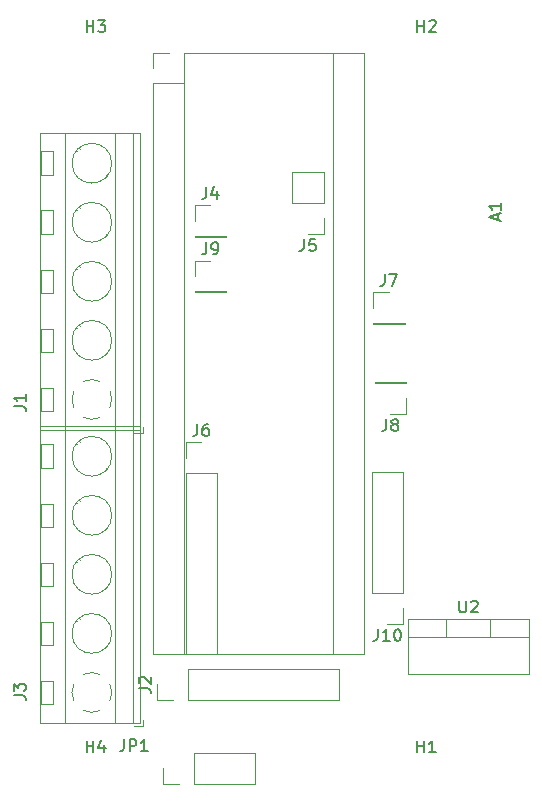
<source format=gbr>
%TF.GenerationSoftware,KiCad,Pcbnew,7.0.11-7.0.11~ubuntu20.04.1*%
%TF.CreationDate,2024-04-25T22:29:04+02:00*%
%TF.ProjectId,Tachoconverter,54616368-6f63-46f6-9e76-65727465722e,rev?*%
%TF.SameCoordinates,Original*%
%TF.FileFunction,Legend,Top*%
%TF.FilePolarity,Positive*%
%FSLAX46Y46*%
G04 Gerber Fmt 4.6, Leading zero omitted, Abs format (unit mm)*
G04 Created by KiCad (PCBNEW 7.0.11-7.0.11~ubuntu20.04.1) date 2024-04-25 22:29:04*
%MOMM*%
%LPD*%
G01*
G04 APERTURE LIST*
%ADD10C,0.150000*%
%ADD11C,0.120000*%
G04 APERTURE END LIST*
D10*
X162893476Y-122307819D02*
X162893476Y-123022104D01*
X162893476Y-123022104D02*
X162845857Y-123164961D01*
X162845857Y-123164961D02*
X162750619Y-123260200D01*
X162750619Y-123260200D02*
X162607762Y-123307819D01*
X162607762Y-123307819D02*
X162512524Y-123307819D01*
X163893476Y-123307819D02*
X163322048Y-123307819D01*
X163607762Y-123307819D02*
X163607762Y-122307819D01*
X163607762Y-122307819D02*
X163512524Y-122450676D01*
X163512524Y-122450676D02*
X163417286Y-122545914D01*
X163417286Y-122545914D02*
X163322048Y-122593533D01*
X164512524Y-122307819D02*
X164607762Y-122307819D01*
X164607762Y-122307819D02*
X164703000Y-122355438D01*
X164703000Y-122355438D02*
X164750619Y-122403057D01*
X164750619Y-122403057D02*
X164798238Y-122498295D01*
X164798238Y-122498295D02*
X164845857Y-122688771D01*
X164845857Y-122688771D02*
X164845857Y-122926866D01*
X164845857Y-122926866D02*
X164798238Y-123117342D01*
X164798238Y-123117342D02*
X164750619Y-123212580D01*
X164750619Y-123212580D02*
X164703000Y-123260200D01*
X164703000Y-123260200D02*
X164607762Y-123307819D01*
X164607762Y-123307819D02*
X164512524Y-123307819D01*
X164512524Y-123307819D02*
X164417286Y-123260200D01*
X164417286Y-123260200D02*
X164369667Y-123212580D01*
X164369667Y-123212580D02*
X164322048Y-123117342D01*
X164322048Y-123117342D02*
X164274429Y-122926866D01*
X164274429Y-122926866D02*
X164274429Y-122688771D01*
X164274429Y-122688771D02*
X164322048Y-122498295D01*
X164322048Y-122498295D02*
X164369667Y-122403057D01*
X164369667Y-122403057D02*
X164417286Y-122355438D01*
X164417286Y-122355438D02*
X164512524Y-122307819D01*
X163623666Y-104527819D02*
X163623666Y-105242104D01*
X163623666Y-105242104D02*
X163576047Y-105384961D01*
X163576047Y-105384961D02*
X163480809Y-105480200D01*
X163480809Y-105480200D02*
X163337952Y-105527819D01*
X163337952Y-105527819D02*
X163242714Y-105527819D01*
X164242714Y-104956390D02*
X164147476Y-104908771D01*
X164147476Y-104908771D02*
X164099857Y-104861152D01*
X164099857Y-104861152D02*
X164052238Y-104765914D01*
X164052238Y-104765914D02*
X164052238Y-104718295D01*
X164052238Y-104718295D02*
X164099857Y-104623057D01*
X164099857Y-104623057D02*
X164147476Y-104575438D01*
X164147476Y-104575438D02*
X164242714Y-104527819D01*
X164242714Y-104527819D02*
X164433190Y-104527819D01*
X164433190Y-104527819D02*
X164528428Y-104575438D01*
X164528428Y-104575438D02*
X164576047Y-104623057D01*
X164576047Y-104623057D02*
X164623666Y-104718295D01*
X164623666Y-104718295D02*
X164623666Y-104765914D01*
X164623666Y-104765914D02*
X164576047Y-104861152D01*
X164576047Y-104861152D02*
X164528428Y-104908771D01*
X164528428Y-104908771D02*
X164433190Y-104956390D01*
X164433190Y-104956390D02*
X164242714Y-104956390D01*
X164242714Y-104956390D02*
X164147476Y-105004009D01*
X164147476Y-105004009D02*
X164099857Y-105051628D01*
X164099857Y-105051628D02*
X164052238Y-105146866D01*
X164052238Y-105146866D02*
X164052238Y-105337342D01*
X164052238Y-105337342D02*
X164099857Y-105432580D01*
X164099857Y-105432580D02*
X164147476Y-105480200D01*
X164147476Y-105480200D02*
X164242714Y-105527819D01*
X164242714Y-105527819D02*
X164433190Y-105527819D01*
X164433190Y-105527819D02*
X164528428Y-105480200D01*
X164528428Y-105480200D02*
X164576047Y-105432580D01*
X164576047Y-105432580D02*
X164623666Y-105337342D01*
X164623666Y-105337342D02*
X164623666Y-105146866D01*
X164623666Y-105146866D02*
X164576047Y-105051628D01*
X164576047Y-105051628D02*
X164528428Y-105004009D01*
X164528428Y-105004009D02*
X164433190Y-104956390D01*
X169799095Y-119898819D02*
X169799095Y-120708342D01*
X169799095Y-120708342D02*
X169846714Y-120803580D01*
X169846714Y-120803580D02*
X169894333Y-120851200D01*
X169894333Y-120851200D02*
X169989571Y-120898819D01*
X169989571Y-120898819D02*
X170180047Y-120898819D01*
X170180047Y-120898819D02*
X170275285Y-120851200D01*
X170275285Y-120851200D02*
X170322904Y-120803580D01*
X170322904Y-120803580D02*
X170370523Y-120708342D01*
X170370523Y-120708342D02*
X170370523Y-119898819D01*
X170799095Y-119994057D02*
X170846714Y-119946438D01*
X170846714Y-119946438D02*
X170941952Y-119898819D01*
X170941952Y-119898819D02*
X171180047Y-119898819D01*
X171180047Y-119898819D02*
X171275285Y-119946438D01*
X171275285Y-119946438D02*
X171322904Y-119994057D01*
X171322904Y-119994057D02*
X171370523Y-120089295D01*
X171370523Y-120089295D02*
X171370523Y-120184533D01*
X171370523Y-120184533D02*
X171322904Y-120327390D01*
X171322904Y-120327390D02*
X170751476Y-120898819D01*
X170751476Y-120898819D02*
X171370523Y-120898819D01*
X141406666Y-131661819D02*
X141406666Y-132376104D01*
X141406666Y-132376104D02*
X141359047Y-132518961D01*
X141359047Y-132518961D02*
X141263809Y-132614200D01*
X141263809Y-132614200D02*
X141120952Y-132661819D01*
X141120952Y-132661819D02*
X141025714Y-132661819D01*
X141882857Y-132661819D02*
X141882857Y-131661819D01*
X141882857Y-131661819D02*
X142263809Y-131661819D01*
X142263809Y-131661819D02*
X142359047Y-131709438D01*
X142359047Y-131709438D02*
X142406666Y-131757057D01*
X142406666Y-131757057D02*
X142454285Y-131852295D01*
X142454285Y-131852295D02*
X142454285Y-131995152D01*
X142454285Y-131995152D02*
X142406666Y-132090390D01*
X142406666Y-132090390D02*
X142359047Y-132138009D01*
X142359047Y-132138009D02*
X142263809Y-132185628D01*
X142263809Y-132185628D02*
X141882857Y-132185628D01*
X143406666Y-132661819D02*
X142835238Y-132661819D01*
X143120952Y-132661819D02*
X143120952Y-131661819D01*
X143120952Y-131661819D02*
X143025714Y-131804676D01*
X143025714Y-131804676D02*
X142930476Y-131899914D01*
X142930476Y-131899914D02*
X142835238Y-131947533D01*
X138238095Y-71754819D02*
X138238095Y-70754819D01*
X138238095Y-71231009D02*
X138809523Y-71231009D01*
X138809523Y-71754819D02*
X138809523Y-70754819D01*
X139190476Y-70754819D02*
X139809523Y-70754819D01*
X139809523Y-70754819D02*
X139476190Y-71135771D01*
X139476190Y-71135771D02*
X139619047Y-71135771D01*
X139619047Y-71135771D02*
X139714285Y-71183390D01*
X139714285Y-71183390D02*
X139761904Y-71231009D01*
X139761904Y-71231009D02*
X139809523Y-71326247D01*
X139809523Y-71326247D02*
X139809523Y-71564342D01*
X139809523Y-71564342D02*
X139761904Y-71659580D01*
X139761904Y-71659580D02*
X139714285Y-71707200D01*
X139714285Y-71707200D02*
X139619047Y-71754819D01*
X139619047Y-71754819D02*
X139333333Y-71754819D01*
X139333333Y-71754819D02*
X139238095Y-71707200D01*
X139238095Y-71707200D02*
X139190476Y-71659580D01*
X132076670Y-127933332D02*
X132790955Y-127933332D01*
X132790955Y-127933332D02*
X132933812Y-127980951D01*
X132933812Y-127980951D02*
X133029051Y-128076189D01*
X133029051Y-128076189D02*
X133076670Y-128219046D01*
X133076670Y-128219046D02*
X133076670Y-128314284D01*
X132076670Y-127552379D02*
X132076670Y-126933332D01*
X132076670Y-126933332D02*
X132457622Y-127266665D01*
X132457622Y-127266665D02*
X132457622Y-127123808D01*
X132457622Y-127123808D02*
X132505241Y-127028570D01*
X132505241Y-127028570D02*
X132552860Y-126980951D01*
X132552860Y-126980951D02*
X132648098Y-126933332D01*
X132648098Y-126933332D02*
X132886193Y-126933332D01*
X132886193Y-126933332D02*
X132981431Y-126980951D01*
X132981431Y-126980951D02*
X133029051Y-127028570D01*
X133029051Y-127028570D02*
X133076670Y-127123808D01*
X133076670Y-127123808D02*
X133076670Y-127409522D01*
X133076670Y-127409522D02*
X133029051Y-127504760D01*
X133029051Y-127504760D02*
X132981431Y-127552379D01*
X166238095Y-132754819D02*
X166238095Y-131754819D01*
X166238095Y-132231009D02*
X166809523Y-132231009D01*
X166809523Y-132754819D02*
X166809523Y-131754819D01*
X167809523Y-132754819D02*
X167238095Y-132754819D01*
X167523809Y-132754819D02*
X167523809Y-131754819D01*
X167523809Y-131754819D02*
X167428571Y-131897676D01*
X167428571Y-131897676D02*
X167333333Y-131992914D01*
X167333333Y-131992914D02*
X167238095Y-132040533D01*
X163496666Y-92247819D02*
X163496666Y-92962104D01*
X163496666Y-92962104D02*
X163449047Y-93104961D01*
X163449047Y-93104961D02*
X163353809Y-93200200D01*
X163353809Y-93200200D02*
X163210952Y-93247819D01*
X163210952Y-93247819D02*
X163115714Y-93247819D01*
X163877619Y-92247819D02*
X164544285Y-92247819D01*
X164544285Y-92247819D02*
X164115714Y-93247819D01*
X148383666Y-89580819D02*
X148383666Y-90295104D01*
X148383666Y-90295104D02*
X148336047Y-90437961D01*
X148336047Y-90437961D02*
X148240809Y-90533200D01*
X148240809Y-90533200D02*
X148097952Y-90580819D01*
X148097952Y-90580819D02*
X148002714Y-90580819D01*
X148907476Y-90580819D02*
X149097952Y-90580819D01*
X149097952Y-90580819D02*
X149193190Y-90533200D01*
X149193190Y-90533200D02*
X149240809Y-90485580D01*
X149240809Y-90485580D02*
X149336047Y-90342723D01*
X149336047Y-90342723D02*
X149383666Y-90152247D01*
X149383666Y-90152247D02*
X149383666Y-89771295D01*
X149383666Y-89771295D02*
X149336047Y-89676057D01*
X149336047Y-89676057D02*
X149288428Y-89628438D01*
X149288428Y-89628438D02*
X149193190Y-89580819D01*
X149193190Y-89580819D02*
X149002714Y-89580819D01*
X149002714Y-89580819D02*
X148907476Y-89628438D01*
X148907476Y-89628438D02*
X148859857Y-89676057D01*
X148859857Y-89676057D02*
X148812238Y-89771295D01*
X148812238Y-89771295D02*
X148812238Y-90009390D01*
X148812238Y-90009390D02*
X148859857Y-90104628D01*
X148859857Y-90104628D02*
X148907476Y-90152247D01*
X148907476Y-90152247D02*
X149002714Y-90199866D01*
X149002714Y-90199866D02*
X149193190Y-90199866D01*
X149193190Y-90199866D02*
X149288428Y-90152247D01*
X149288428Y-90152247D02*
X149336047Y-90104628D01*
X149336047Y-90104628D02*
X149383666Y-90009390D01*
X148383666Y-84881819D02*
X148383666Y-85596104D01*
X148383666Y-85596104D02*
X148336047Y-85738961D01*
X148336047Y-85738961D02*
X148240809Y-85834200D01*
X148240809Y-85834200D02*
X148097952Y-85881819D01*
X148097952Y-85881819D02*
X148002714Y-85881819D01*
X149288428Y-85215152D02*
X149288428Y-85881819D01*
X149050333Y-84834200D02*
X148812238Y-85548485D01*
X148812238Y-85548485D02*
X149431285Y-85548485D01*
X147621666Y-104947819D02*
X147621666Y-105662104D01*
X147621666Y-105662104D02*
X147574047Y-105804961D01*
X147574047Y-105804961D02*
X147478809Y-105900200D01*
X147478809Y-105900200D02*
X147335952Y-105947819D01*
X147335952Y-105947819D02*
X147240714Y-105947819D01*
X148526428Y-104947819D02*
X148335952Y-104947819D01*
X148335952Y-104947819D02*
X148240714Y-104995438D01*
X148240714Y-104995438D02*
X148193095Y-105043057D01*
X148193095Y-105043057D02*
X148097857Y-105185914D01*
X148097857Y-105185914D02*
X148050238Y-105376390D01*
X148050238Y-105376390D02*
X148050238Y-105757342D01*
X148050238Y-105757342D02*
X148097857Y-105852580D01*
X148097857Y-105852580D02*
X148145476Y-105900200D01*
X148145476Y-105900200D02*
X148240714Y-105947819D01*
X148240714Y-105947819D02*
X148431190Y-105947819D01*
X148431190Y-105947819D02*
X148526428Y-105900200D01*
X148526428Y-105900200D02*
X148574047Y-105852580D01*
X148574047Y-105852580D02*
X148621666Y-105757342D01*
X148621666Y-105757342D02*
X148621666Y-105519247D01*
X148621666Y-105519247D02*
X148574047Y-105424009D01*
X148574047Y-105424009D02*
X148526428Y-105376390D01*
X148526428Y-105376390D02*
X148431190Y-105328771D01*
X148431190Y-105328771D02*
X148240714Y-105328771D01*
X148240714Y-105328771D02*
X148145476Y-105376390D01*
X148145476Y-105376390D02*
X148097857Y-105424009D01*
X148097857Y-105424009D02*
X148050238Y-105519247D01*
X173031104Y-87672285D02*
X173031104Y-87196095D01*
X173316819Y-87767523D02*
X172316819Y-87434190D01*
X172316819Y-87434190D02*
X173316819Y-87100857D01*
X173316819Y-86243714D02*
X173316819Y-86815142D01*
X173316819Y-86529428D02*
X172316819Y-86529428D01*
X172316819Y-86529428D02*
X172459676Y-86624666D01*
X172459676Y-86624666D02*
X172554914Y-86719904D01*
X172554914Y-86719904D02*
X172602533Y-86815142D01*
X138238095Y-132754819D02*
X138238095Y-131754819D01*
X138238095Y-132231009D02*
X138809523Y-132231009D01*
X138809523Y-132754819D02*
X138809523Y-131754819D01*
X139714285Y-132088152D02*
X139714285Y-132754819D01*
X139476190Y-131707200D02*
X139238095Y-132421485D01*
X139238095Y-132421485D02*
X139857142Y-132421485D01*
X132076670Y-103433658D02*
X132790955Y-103433658D01*
X132790955Y-103433658D02*
X132933812Y-103481277D01*
X132933812Y-103481277D02*
X133029051Y-103576515D01*
X133029051Y-103576515D02*
X133076670Y-103719372D01*
X133076670Y-103719372D02*
X133076670Y-103814610D01*
X133076670Y-102433658D02*
X133076670Y-103005086D01*
X133076670Y-102719372D02*
X132076670Y-102719372D01*
X132076670Y-102719372D02*
X132219527Y-102814610D01*
X132219527Y-102814610D02*
X132314765Y-102909848D01*
X132314765Y-102909848D02*
X132362384Y-103005086D01*
X142666819Y-127333333D02*
X143381104Y-127333333D01*
X143381104Y-127333333D02*
X143523961Y-127380952D01*
X143523961Y-127380952D02*
X143619200Y-127476190D01*
X143619200Y-127476190D02*
X143666819Y-127619047D01*
X143666819Y-127619047D02*
X143666819Y-127714285D01*
X142762057Y-126904761D02*
X142714438Y-126857142D01*
X142714438Y-126857142D02*
X142666819Y-126761904D01*
X142666819Y-126761904D02*
X142666819Y-126523809D01*
X142666819Y-126523809D02*
X142714438Y-126428571D01*
X142714438Y-126428571D02*
X142762057Y-126380952D01*
X142762057Y-126380952D02*
X142857295Y-126333333D01*
X142857295Y-126333333D02*
X142952533Y-126333333D01*
X142952533Y-126333333D02*
X143095390Y-126380952D01*
X143095390Y-126380952D02*
X143666819Y-126952380D01*
X143666819Y-126952380D02*
X143666819Y-126333333D01*
X166238095Y-71754819D02*
X166238095Y-70754819D01*
X166238095Y-71231009D02*
X166809523Y-71231009D01*
X166809523Y-71754819D02*
X166809523Y-70754819D01*
X167238095Y-70850057D02*
X167285714Y-70802438D01*
X167285714Y-70802438D02*
X167380952Y-70754819D01*
X167380952Y-70754819D02*
X167619047Y-70754819D01*
X167619047Y-70754819D02*
X167714285Y-70802438D01*
X167714285Y-70802438D02*
X167761904Y-70850057D01*
X167761904Y-70850057D02*
X167809523Y-70945295D01*
X167809523Y-70945295D02*
X167809523Y-71040533D01*
X167809523Y-71040533D02*
X167761904Y-71183390D01*
X167761904Y-71183390D02*
X167190476Y-71754819D01*
X167190476Y-71754819D02*
X167809523Y-71754819D01*
X156638666Y-89292819D02*
X156638666Y-90007104D01*
X156638666Y-90007104D02*
X156591047Y-90149961D01*
X156591047Y-90149961D02*
X156495809Y-90245200D01*
X156495809Y-90245200D02*
X156352952Y-90292819D01*
X156352952Y-90292819D02*
X156257714Y-90292819D01*
X157591047Y-89292819D02*
X157114857Y-89292819D01*
X157114857Y-89292819D02*
X157067238Y-89769009D01*
X157067238Y-89769009D02*
X157114857Y-89721390D01*
X157114857Y-89721390D02*
X157210095Y-89673771D01*
X157210095Y-89673771D02*
X157448190Y-89673771D01*
X157448190Y-89673771D02*
X157543428Y-89721390D01*
X157543428Y-89721390D02*
X157591047Y-89769009D01*
X157591047Y-89769009D02*
X157638666Y-89864247D01*
X157638666Y-89864247D02*
X157638666Y-90102342D01*
X157638666Y-90102342D02*
X157591047Y-90197580D01*
X157591047Y-90197580D02*
X157543428Y-90245200D01*
X157543428Y-90245200D02*
X157448190Y-90292819D01*
X157448190Y-90292819D02*
X157210095Y-90292819D01*
X157210095Y-90292819D02*
X157114857Y-90245200D01*
X157114857Y-90245200D02*
X157067238Y-90197580D01*
D11*
%TO.C,J10*%
X162373000Y-119253000D02*
X162373000Y-109033000D01*
X165033000Y-121853000D02*
X163703000Y-121853000D01*
X165033000Y-119253000D02*
X165033000Y-109033000D01*
X165033000Y-109033000D02*
X162373000Y-109033000D01*
X165033000Y-119253000D02*
X162373000Y-119253000D01*
X165033000Y-120523000D02*
X165033000Y-121853000D01*
%TO.C,J8*%
X165287000Y-104073000D02*
X163957000Y-104073000D01*
X165287000Y-101473000D02*
X162627000Y-101473000D01*
X165287000Y-101413000D02*
X162627000Y-101413000D01*
X162627000Y-101473000D02*
X162627000Y-101413000D01*
X165287000Y-101473000D02*
X165287000Y-101413000D01*
X165287000Y-102743000D02*
X165287000Y-104073000D01*
%TO.C,U2*%
X165441000Y-121444000D02*
X165441000Y-126085000D01*
X165441000Y-121444000D02*
X175681000Y-121444000D01*
X165441000Y-122954000D02*
X175681000Y-122954000D01*
X165441000Y-126085000D02*
X175681000Y-126085000D01*
X168711000Y-121444000D02*
X168711000Y-122954000D01*
X172412000Y-121444000D02*
X172412000Y-122954000D01*
X175681000Y-121444000D02*
X175681000Y-126085000D01*
%TO.C,JP1*%
X144720000Y-135442000D02*
X144720000Y-134112000D01*
X146050000Y-135442000D02*
X144720000Y-135442000D01*
X147320000Y-135442000D02*
X152460000Y-135442000D01*
X147320000Y-135442000D02*
X147320000Y-132782000D01*
X152460000Y-135442000D02*
X152460000Y-132782000D01*
X147320000Y-132782000D02*
X152460000Y-132782000D01*
%TO.C,J3*%
X142244000Y-130482000D02*
X142984000Y-130482000D01*
X142984000Y-130482000D02*
X142984000Y-129982000D01*
X134324000Y-130242000D02*
X142744000Y-130242000D01*
X134324000Y-130242000D02*
X134324000Y-105122000D01*
X136383000Y-130242000D02*
X136383000Y-105122000D01*
X140684000Y-130242000D02*
X140684000Y-105122000D01*
X142184000Y-130242000D02*
X142184000Y-105122000D01*
X142744000Y-130242000D02*
X142744000Y-105122000D01*
X134384000Y-128682000D02*
X135384000Y-128682000D01*
X134384000Y-128682000D02*
X134384000Y-126682000D01*
X135384000Y-128682000D02*
X135384000Y-126682000D01*
X134384000Y-126682000D02*
X135384000Y-126682000D01*
X139707000Y-123909000D02*
X139753000Y-123956000D01*
X139923000Y-123716000D02*
X139958000Y-123751000D01*
X134384000Y-123682000D02*
X135384000Y-123682000D01*
X134384000Y-123682000D02*
X134384000Y-121682000D01*
X135384000Y-123682000D02*
X135384000Y-121682000D01*
X134384000Y-121682000D02*
X135384000Y-121682000D01*
X137409000Y-121612000D02*
X137445000Y-121647000D01*
X137615000Y-121407000D02*
X137661000Y-121454000D01*
X139707000Y-118909000D02*
X139753000Y-118956000D01*
X139923000Y-118716000D02*
X139958000Y-118751000D01*
X134384000Y-118682000D02*
X135384000Y-118682000D01*
X134384000Y-118682000D02*
X134384000Y-116682000D01*
X135384000Y-118682000D02*
X135384000Y-116682000D01*
X134384000Y-116682000D02*
X135384000Y-116682000D01*
X137409000Y-116612000D02*
X137445000Y-116647000D01*
X137615000Y-116407000D02*
X137661000Y-116454000D01*
X139707000Y-113909000D02*
X139753000Y-113956000D01*
X139923000Y-113716000D02*
X139958000Y-113751000D01*
X134384000Y-113682000D02*
X135384000Y-113682000D01*
X134384000Y-113682000D02*
X134384000Y-111682000D01*
X135384000Y-113682000D02*
X135384000Y-111682000D01*
X134384000Y-111682000D02*
X135384000Y-111682000D01*
X137409000Y-111612000D02*
X137445000Y-111647000D01*
X137615000Y-111407000D02*
X137661000Y-111454000D01*
X139707000Y-108909000D02*
X139753000Y-108956000D01*
X139923000Y-108716000D02*
X139958000Y-108751000D01*
X134384000Y-108682000D02*
X135384000Y-108682000D01*
X134384000Y-108682000D02*
X134384000Y-106682000D01*
X135384000Y-108682000D02*
X135384000Y-106682000D01*
X134384000Y-106682000D02*
X135384000Y-106682000D01*
X137409000Y-106612000D02*
X137445000Y-106647000D01*
X137615000Y-106407000D02*
X137661000Y-106454000D01*
X134324000Y-105122000D02*
X142744000Y-105122000D01*
X138000001Y-129216999D02*
G75*
G03*
X139367042Y-129217426I684000J1534992D01*
G01*
X137149001Y-126998001D02*
G75*
G03*
X137148574Y-128365042I1534992J-684000D01*
G01*
X140218999Y-128366000D02*
G75*
G03*
X140364252Y-127653195I-1535000J683999D01*
G01*
X140363999Y-127682000D02*
G75*
G03*
X140218755Y-126998682I-1679999J0D01*
G01*
X139368000Y-126147000D02*
G75*
G03*
X138000958Y-126146574I-684000J-1535000D01*
G01*
X140364000Y-122682000D02*
G75*
G03*
X137004000Y-122682000I-1680000J0D01*
G01*
X137004000Y-122682000D02*
G75*
G03*
X140364000Y-122682000I1680000J0D01*
G01*
X140364000Y-117682000D02*
G75*
G03*
X137004000Y-117682000I-1680000J0D01*
G01*
X137004000Y-117682000D02*
G75*
G03*
X140364000Y-117682000I1680000J0D01*
G01*
X140364000Y-112682000D02*
G75*
G03*
X137004000Y-112682000I-1680000J0D01*
G01*
X137004000Y-112682000D02*
G75*
G03*
X140364000Y-112682000I1680000J0D01*
G01*
X140364000Y-107682000D02*
G75*
G03*
X137004000Y-107682000I-1680000J0D01*
G01*
X137004000Y-107682000D02*
G75*
G03*
X140364000Y-107682000I1680000J0D01*
G01*
%TO.C,J7*%
X162500000Y-93793000D02*
X163830000Y-93793000D01*
X162500000Y-95123000D02*
X162500000Y-93793000D01*
X162500000Y-96393000D02*
X162500000Y-96453000D01*
X162500000Y-96393000D02*
X165160000Y-96393000D01*
X162500000Y-96453000D02*
X165160000Y-96453000D01*
X165160000Y-96393000D02*
X165160000Y-96453000D01*
%TO.C,J9*%
X147387000Y-91126000D02*
X148717000Y-91126000D01*
X147387000Y-92456000D02*
X147387000Y-91126000D01*
X147387000Y-93726000D02*
X147387000Y-93786000D01*
X147387000Y-93726000D02*
X150047000Y-93726000D01*
X147387000Y-93786000D02*
X150047000Y-93786000D01*
X150047000Y-93726000D02*
X150047000Y-93786000D01*
%TO.C,J4*%
X147387000Y-86427000D02*
X148717000Y-86427000D01*
X147387000Y-87757000D02*
X147387000Y-86427000D01*
X147387000Y-89027000D02*
X147387000Y-89087000D01*
X147387000Y-89027000D02*
X150047000Y-89027000D01*
X147387000Y-89087000D02*
X150047000Y-89087000D01*
X150047000Y-89027000D02*
X150047000Y-89087000D01*
%TO.C,J6*%
X146625000Y-106493000D02*
X147955000Y-106493000D01*
X146625000Y-107823000D02*
X146625000Y-106493000D01*
X146625000Y-109093000D02*
X146625000Y-124393000D01*
X146625000Y-109093000D02*
X149285000Y-109093000D01*
X146625000Y-124393000D02*
X149285000Y-124393000D01*
X149285000Y-109093000D02*
X149285000Y-124393000D01*
%TO.C,A1*%
X143850000Y-73498000D02*
X143850000Y-74828000D01*
X143850000Y-76098000D02*
X146510000Y-76098000D01*
X143850000Y-124418000D02*
X143850000Y-76098000D01*
X145180000Y-73498000D02*
X143850000Y-73498000D01*
X146510000Y-73498000D02*
X146510000Y-124418000D01*
X146510000Y-73498000D02*
X161750000Y-73498000D01*
X159090000Y-124418000D02*
X159090000Y-73498000D01*
X161750000Y-73498000D02*
X161750000Y-124418000D01*
X161750000Y-124418000D02*
X143850000Y-124418000D01*
%TO.C,J1*%
X142244000Y-105670000D02*
X142984000Y-105670000D01*
X142984000Y-105670000D02*
X142984000Y-105170000D01*
X134324000Y-105430000D02*
X142744000Y-105430000D01*
X134324000Y-105430000D02*
X134324000Y-80310000D01*
X136383000Y-105430000D02*
X136383000Y-80310000D01*
X140684000Y-105430000D02*
X140684000Y-80310000D01*
X142184000Y-105430000D02*
X142184000Y-80310000D01*
X142744000Y-105430000D02*
X142744000Y-80310000D01*
X134384000Y-103870000D02*
X135384000Y-103870000D01*
X134384000Y-103870000D02*
X134384000Y-101870000D01*
X135384000Y-103870000D02*
X135384000Y-101870000D01*
X134384000Y-101870000D02*
X135384000Y-101870000D01*
X139707000Y-99097000D02*
X139753000Y-99144000D01*
X139923000Y-98904000D02*
X139958000Y-98939000D01*
X134384000Y-98870000D02*
X135384000Y-98870000D01*
X134384000Y-98870000D02*
X134384000Y-96870000D01*
X135384000Y-98870000D02*
X135384000Y-96870000D01*
X134384000Y-96870000D02*
X135384000Y-96870000D01*
X137409000Y-96800000D02*
X137445000Y-96835000D01*
X137615000Y-96595000D02*
X137661000Y-96642000D01*
X139707000Y-94097000D02*
X139753000Y-94144000D01*
X139923000Y-93904000D02*
X139958000Y-93939000D01*
X134384000Y-93870000D02*
X135384000Y-93870000D01*
X134384000Y-93870000D02*
X134384000Y-91870000D01*
X135384000Y-93870000D02*
X135384000Y-91870000D01*
X134384000Y-91870000D02*
X135384000Y-91870000D01*
X137409000Y-91800000D02*
X137445000Y-91835000D01*
X137615000Y-91595000D02*
X137661000Y-91642000D01*
X139707000Y-89097000D02*
X139753000Y-89144000D01*
X139923000Y-88904000D02*
X139958000Y-88939000D01*
X134384000Y-88870000D02*
X135384000Y-88870000D01*
X134384000Y-88870000D02*
X134384000Y-86870000D01*
X135384000Y-88870000D02*
X135384000Y-86870000D01*
X134384000Y-86870000D02*
X135384000Y-86870000D01*
X137409000Y-86800000D02*
X137445000Y-86835000D01*
X137615000Y-86595000D02*
X137661000Y-86642000D01*
X139707000Y-84097000D02*
X139753000Y-84144000D01*
X139923000Y-83904000D02*
X139958000Y-83939000D01*
X134384000Y-83870000D02*
X135384000Y-83870000D01*
X134384000Y-83870000D02*
X134384000Y-81870000D01*
X135384000Y-83870000D02*
X135384000Y-81870000D01*
X134384000Y-81870000D02*
X135384000Y-81870000D01*
X137409000Y-81800000D02*
X137445000Y-81835000D01*
X137615000Y-81595000D02*
X137661000Y-81642000D01*
X134324000Y-80310000D02*
X142744000Y-80310000D01*
X138000001Y-104404999D02*
G75*
G03*
X139367042Y-104405426I684000J1534992D01*
G01*
X137149001Y-102186001D02*
G75*
G03*
X137148574Y-103553042I1534992J-684000D01*
G01*
X140218999Y-103554000D02*
G75*
G03*
X140364252Y-102841195I-1535000J683999D01*
G01*
X140363999Y-102870000D02*
G75*
G03*
X140218755Y-102186682I-1679999J0D01*
G01*
X139368000Y-101335000D02*
G75*
G03*
X138000958Y-101334574I-684000J-1535000D01*
G01*
X140364000Y-97870000D02*
G75*
G03*
X137004000Y-97870000I-1680000J0D01*
G01*
X137004000Y-97870000D02*
G75*
G03*
X140364000Y-97870000I1680000J0D01*
G01*
X140364000Y-92870000D02*
G75*
G03*
X137004000Y-92870000I-1680000J0D01*
G01*
X137004000Y-92870000D02*
G75*
G03*
X140364000Y-92870000I1680000J0D01*
G01*
X140364000Y-87870000D02*
G75*
G03*
X137004000Y-87870000I-1680000J0D01*
G01*
X137004000Y-87870000D02*
G75*
G03*
X140364000Y-87870000I1680000J0D01*
G01*
X140364000Y-82870000D02*
G75*
G03*
X137004000Y-82870000I-1680000J0D01*
G01*
X137004000Y-82870000D02*
G75*
G03*
X140364000Y-82870000I1680000J0D01*
G01*
%TO.C,J2*%
X144212000Y-128330000D02*
X144212000Y-127000000D01*
X145542000Y-128330000D02*
X144212000Y-128330000D01*
X146812000Y-128330000D02*
X159572000Y-128330000D01*
X146812000Y-128330000D02*
X146812000Y-125670000D01*
X159572000Y-128330000D02*
X159572000Y-125670000D01*
X146812000Y-125670000D02*
X159572000Y-125670000D01*
%TO.C,J5*%
X158302000Y-88838000D02*
X156972000Y-88838000D01*
X158302000Y-87508000D02*
X158302000Y-88838000D01*
X158302000Y-86238000D02*
X158302000Y-83638000D01*
X158302000Y-86238000D02*
X155642000Y-86238000D01*
X158302000Y-83638000D02*
X155642000Y-83638000D01*
X155642000Y-86238000D02*
X155642000Y-83638000D01*
%TD*%
M02*

</source>
